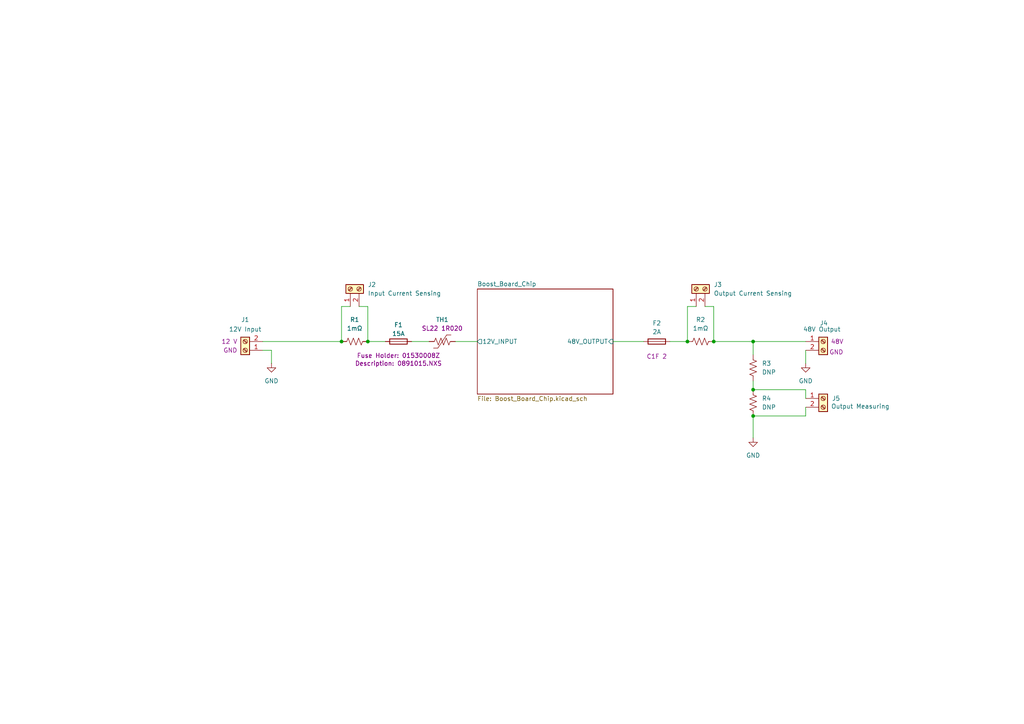
<source format=kicad_sch>
(kicad_sch (version 20231120) (generator "eeschema") (generator_version "8.0")
  (paper "A4")
  (title_block (title "12V-48V @2A Boost Board Converter") (date "2024-11-02") (rev "V0") (company "Waterloo Rocketry"))
  (lib_symbols
    (symbol "Connector:Screw_Terminal_01x02" (pin_names (offset 1.016) hide)
      (property "Reference" "J" (at 0 2.54 0))
      (property "Value" "Screw_Terminal_01x02" (at 0 -5.08 0))
      (symbol "Screw_Terminal_01x02_1_1"
        (rectangle (start -1.27 1.27) (end 1.27 -3.81) (stroke (width 0.254)) (fill (type background)))
        (circle (center 0 -2.54) (radius 0.635) (stroke (width 0.1524)))
        (polyline (pts (xy -0.5334 -2.2098) (xy 0.3302 -3.048)) (stroke (width 0.1524)))
        (polyline (pts (xy -0.5334 0.3302) (xy 0.3302 -0.508)) (stroke (width 0.1524)))
        (polyline (pts (xy -0.3556 -2.032) (xy 0.508 -2.8702)) (stroke (width 0.1524)))
        (polyline (pts (xy -0.3556 0.508) (xy 0.508 -0.3302)) (stroke (width 0.1524)))
        (circle (center 0 0) (radius 0.635) (stroke (width 0.1524)))
        (pin passive line (at -5.08 0 0) (length 3.81) (name "Pin_1") (number "1"))
        (pin passive line (at -5.08 -2.54 0) (length 3.81) (name "Pin_2") (number "2"))
      )
    )
    (symbol "Device:Fuse" (pin_numbers hide) (pin_names (offset 0))
      (property "Reference" "F" (at 2.032 0 90))
      (property "Value" "Fuse" (at -1.905 0 90))
      (symbol "Fuse_0_1"
        (rectangle (start -0.762 -2.54) (end 0.762 2.54) (stroke (width 0.254)))
        (polyline (pts (xy 0 2.54) (xy 0 -2.54)))
      )
      (symbol "Fuse_1_1"
        (pin passive line (at 0 3.81 270) (length 1.27) (name "~") (number "1"))
        (pin passive line (at 0 -3.81 90) (length 1.27) (name "~") (number "2"))
      )
    )
    (symbol "Device:R_US" (pin_numbers hide) (pin_names (offset 0))
      (property "Reference" "R" (at 2.54 0 90))
      (property "Value" "R_US" (at -2.54 0 90))
      (symbol "R_US_0_1"
        (polyline (pts (xy 0 -2.286) (xy 0 -2.54)))
        (polyline (pts (xy 0 2.286) (xy 0 2.54)))
        (polyline (pts (xy 0 -0.762) (xy 1.016 -1.143) (xy 0 -1.524) (xy -1.016 -1.905) (xy 0 -2.286)))
        (polyline (pts (xy 0 0.762) (xy 1.016 0.381) (xy 0 0) (xy -1.016 -0.381) (xy 0 -0.762)))
        (polyline (pts (xy 0 2.286) (xy 1.016 1.905) (xy 0 1.524) (xy -1.016 1.143) (xy 0 0.762)))
      )
      (symbol "R_US_1_1"
        (pin passive line (at 0 3.81 270) (length 1.27) (name "~") (number "1"))
        (pin passive line (at 0 -3.81 90) (length 1.27) (name "~") (number "2"))
      )
    )
    (symbol "Device:Thermistor_US" (pin_numbers hide) (pin_names (offset 0))
      (property "Reference" "TH" (at 2.54 1.27 90))
      (property "Value" "Thermistor_US" (at -2.54 0 90))
      (symbol "Thermistor_US_0_1"
        (polyline (pts (xy 0 -2.286) (xy 0 -2.54)))
        (polyline (pts (xy 0 2.286) (xy 0 2.54)))
        (polyline (pts (xy 1.905 -1.27) (xy 1.905 -2.54)))
        (polyline (pts (xy -1.905 2.54) (xy -1.905 1.27) (xy 1.905 -1.27)))
        (polyline (pts (xy 0 -0.762) (xy 1.016 -1.143) (xy 0 -1.524) (xy -1.016 -1.905) (xy 0 -2.286)))
        (polyline (pts (xy 0 0.762) (xy 1.016 0.381) (xy 0 0) (xy -1.016 -0.381) (xy 0 -0.762)))
        (polyline (pts (xy 0 2.286) (xy 1.016 1.905) (xy 0 1.524) (xy -1.016 1.143) (xy 0 0.762)))
      )
      (symbol "Thermistor_US_1_1"
        (pin passive line (at 0 3.81 270) (length 1.27) (name "~") (number "1"))
        (pin passive line (at 0 -3.81 90) (length 1.27) (name "~") (number "2"))
      )
    )
    (symbol "power:GND" (power) (pin_numbers hide) (pin_names (offset 0) hide)
      (property "Value" "GND" (at 0 -3.81 0))
      (symbol "GND_0_1"
        (polyline (pts (xy 0 0) (xy 0 -1.27) (xy 1.27 -1.27) (xy 0 -2.54) (xy -1.27 -1.27) (xy 0 -1.27)))
      )
      (symbol "GND_1_1"
        (pin power_in line (at 0 0 270) (length 0) (name "~") (number "1"))
      )
    )
  )
  (junction (at 199.39 99.06))
  (junction (at 218.44 113.03))
  (junction (at 218.44 99.06))
  (junction (at 106.68 99.06))
  (junction (at 99.06 99.06))
  (junction (at 218.44 120.65))
  (junction (at 207.01 99.06))
  (wire (pts (xy 233.68 118.11) (xy 233.68 120.65)))
  (wire (pts (xy 201.93 88.9) (xy 199.39 88.9)))
  (wire (pts (xy 106.68 88.9) (xy 106.68 99.06)))
  (wire (pts (xy 204.47 88.9) (xy 207.01 88.9)))
  (wire (pts (xy 76.2 99.06) (xy 99.06 99.06)))
  (wire (pts (xy 199.39 99.06) (xy 194.31 99.06)))
  (wire (pts (xy 233.68 115.57) (xy 233.68 113.03)))
  (wire (pts (xy 177.8 99.06) (xy 186.69 99.06)))
  (wire (pts (xy 101.6 88.9) (xy 99.06 88.9)))
  (wire (pts (xy 233.68 113.03) (xy 218.44 113.03)))
  (wire (pts (xy 99.06 88.9) (xy 99.06 99.06)))
  (wire (pts (xy 199.39 88.9) (xy 199.39 99.06)))
  (wire (pts (xy 104.14 88.9) (xy 106.68 88.9)))
  (wire (pts (xy 218.44 110.49) (xy 218.44 113.03)))
  (wire (pts (xy 119.38 99.06) (xy 124.46 99.06)))
  (wire (pts (xy 218.44 99.06) (xy 207.01 99.06)))
  (wire (pts (xy 233.68 101.6) (xy 233.68 105.41)))
  (wire (pts (xy 218.44 120.65) (xy 218.44 127)))
  (wire (pts (xy 218.44 99.06) (xy 218.44 102.87)))
  (wire (pts (xy 106.68 99.06) (xy 111.76 99.06)))
  (wire (pts (xy 78.74 101.6) (xy 78.74 105.41)))
  (wire (pts (xy 233.68 99.06) (xy 218.44 99.06)))
  (wire (pts (xy 207.01 88.9) (xy 207.01 99.06)))
  (wire (pts (xy 132.08 99.06) (xy 138.43 99.06)))
  (wire (pts (xy 233.68 120.65) (xy 218.44 120.65)))
  (wire (pts (xy 76.2 101.6) (xy 78.74 101.6)))
  (symbol (lib_id "Connector:Screw_Terminal_01x02") (at 238.76 115.57 0) (unit 1)
    (property "Reference" "J5" (at 241.3 115.5699 0) (effects (justify left)))
    (property "Value" "Output Measuring" (at 241.046 117.856 0) (effects (justify left)))
    (property "Footprint" "TerminalBlock_Phoenix:TerminalBlock_Phoenix_PT-1,5-2-5.0-H_1x02_P5.00mm_Horizontal" (effects (hide yes)))
    (property "Description" "Generic screw terminal, single row, 01x02, script generated (kicad-library-utils/schlib/autogen/connector/)" (effects (hide yes)))
  )
  (symbol (lib_id "Connector:Screw_Terminal_01x02") (at 238.76 99.06 0) (unit 1)
    (property "Reference" "J4" (at 237.744 93.726 0) (effects (justify left)))
    (property "Value" "48V Output" (at 232.918 95.504 0) (effects (justify left)))
    (property "Footprint" "TerminalBlock_Phoenix:TerminalBlock_Phoenix_PT-1,5-2-5.0-H_1x02_P5.00mm_Horizontal" (effects (hide yes)))
    (property "Description" "Generic screw terminal, single row, 01x02, script generated (kicad-library-utils/schlib/autogen/connector/)" (effects (hide yes)))
    (property "Output 1" "GND" (at 242.57 102.108 0))
    (property "Output 2" "48V" (at 242.824 99.06 0))
  )
  (symbol (lib_id "power:GND") (at 218.44 127 0) (unit 1)
    (property "Reference" "#PWR02" (effects (hide yes)))
    (property "Value" "GND" (at 218.44 132.08 0))
    (property "Description" "Power symbol creates a global label with name \"GND\" , ground" (effects (hide yes)))
  )
  (symbol (lib_id "Device:Fuse") (at 115.57 99.06 90) (unit 1) (exclude_from_sim yes)
    (property "Reference" "F1" (at 115.57 94.234 90))
    (property "Value" "15A" (at 115.57 96.774 90))
    (property "Footprint" "12/48 boost:01530009Z" (effects (hide yes)))
    (property "Datasheet" "https://www.littelfuse.com/assetdocs/littelfuse-datasheet-891-lp-mini?assetguid=748f2a1b-6fd1-43cb-b900-7178f45585a0" (effects (hide yes)))
    (property "Description" "0891015.NXS" (at 115.57 105.41 90) (show_name yes))
    (property "Fuse Holder" "01530008Z" (at 115.57 103.124 90) (show_name yes))
  )
  (symbol (lib_id "power:GND") (at 233.68 105.41 0) (unit 1)
    (property "Reference" "#PWR016" (effects (hide yes)))
    (property "Value" "GND" (at 233.68 110.49 0))
    (property "Description" "Power symbol creates a global label with name \"GND\" , ground" (effects (hide yes)))
  )
  (symbol (lib_id "Device:R_US") (at 218.44 106.68 180) (unit 1)
    (property "Reference" "R3" (at 220.98 105.4099 0) (effects (justify right)))
    (property "Value" "DNP" (at 220.98 107.9499 0) (effects (justify right)))
    (property "Footprint" "Resistor_SMD:R_0805_2012Metric_Pad1.20x1.40mm_HandSolder" (effects (hide yes)))
    (property "Description" "Resistor, US symbol" (effects (hide yes)))
  )
  (symbol (lib_id "Device:R_US") (at 102.87 99.06 90) (unit 1)
    (property "Reference" "R1" (at 102.87 92.71 90))
    (property "Value" "1mΩ" (at 102.87 95.25 90))
    (property "Footprint" "Resistor_SMD:R_0805_2012Metric_Pad1.20x1.40mm_HandSolder" (effects (hide yes)))
    (property "Description" "Resistor, US symbol" (effects (hide yes)))
  )
  (symbol (lib_id "Connector:Screw_Terminal_01x02") (at 201.93 83.82 90) (unit 1)
    (property "Reference" "J3" (at 207.01 82.5499 90) (effects (justify right)))
    (property "Value" "Output Current Sensing" (at 207.01 85.0899 90) (effects (justify right)))
    (property "Footprint" "TerminalBlock_Phoenix:TerminalBlock_Phoenix_PT-1,5-2-5.0-H_1x02_P5.00mm_Horizontal" (effects (hide yes)))
    (property "Description" "Generic screw terminal, single row, 01x02, script generated (kicad-library-utils/schlib/autogen/connector/)" (effects (hide yes)))
  )
  (symbol (lib_id "Connector:Screw_Terminal_01x02") (at 71.12 101.6 180) (unit 1)
    (property "Reference" "J1" (at 71.12 92.71 0))
    (property "Value" "12V Input" (at 71.12 95.504 0))
    (property "Footprint" "TerminalBlock_Phoenix:TerminalBlock_Phoenix_PT-1,5-2-5.0-H_1x02_P5.00mm_Horizontal" (effects (hide yes)))
    (property "Description" "Generic screw terminal, single row, 01x02, script generated (kicad-library-utils/schlib/autogen/connector/)" (effects (hide yes)))
    (property "Input 1" "GND" (at 66.802 101.6 0))
    (property "Input 2" "12 V" (at 66.548 99.06 0))
  )
  (symbol (lib_id "power:GND") (at 78.74 105.41 0) (unit 1)
    (property "Reference" "#PWR01" (effects (hide yes)))
    (property "Value" "GND" (at 78.74 110.49 0))
    (property "Description" "Power symbol creates a global label with name \"GND\" , ground" (effects (hide yes)))
  )
  (symbol (lib_id "Device:R_US") (at 203.2 99.06 90) (unit 1)
    (property "Reference" "R2" (at 203.2 92.71 90))
    (property "Value" "1mΩ" (at 203.2 95.25 90))
    (property "Footprint" "Resistor_SMD:R_0805_2012Metric_Pad1.20x1.40mm_HandSolder" (effects (hide yes)))
    (property "Description" "Resistor, US symbol" (effects (hide yes)))
  )
  (symbol (lib_id "Device:Fuse") (at 190.5 99.06 90) (unit 1) (exclude_from_sim yes)
    (property "Reference" "F2" (at 190.5 93.726 90))
    (property "Value" "2A" (at 190.5 96.266 90))
    (property "Footprint" "Fuse:Fuse_1206_3216Metric" (effects (hide yes)))
    (property "Datasheet" "https://www.digikey.ca/en/products/detail/bel-fuse-inc/C1F-2/4968250" (effects (hide yes)))
    (property "Description" "C1F 2" (at 190.5 103.378 90))
  )
  (symbol (lib_id "Connector:Screw_Terminal_01x02") (at 101.6 83.82 90) (unit 1)
    (property "Reference" "J2" (at 106.68 82.5499 90) (effects (justify right)))
    (property "Value" "Input Current Sensing" (at 106.68 85.0899 90) (effects (justify right)))
    (property "Footprint" "TerminalBlock_Phoenix:TerminalBlock_Phoenix_PT-1,5-2-5.0-H_1x02_P5.00mm_Horizontal" (effects (hide yes)))
    (property "Description" "Generic screw terminal, single row, 01x02, script generated (kicad-library-utils/schlib/autogen/connector/)" (effects (hide yes)))
  )
  (symbol (lib_id "Device:Thermistor_US") (at 128.27 99.06 90) (unit 1)
    (property "Reference" "TH1" (at 128.27 92.71 90))
    (property "Value" "20A" (effects (hide yes)))
    (property "Footprint" "12/48 boost:Inrush Current Limiter" (effects (hide yes)))
    (property "Datasheet" "https://www.ametherm.com/datasheetspdf/SL221R020.pdf" (effects (hide yes)))
    (property "Description" "SL22 1R020" (at 128.27 95.25 90))
  )
  (symbol (lib_id "Device:R_US") (at 218.44 116.84 180) (unit 1)
    (property "Reference" "R4" (at 220.98 115.5699 0) (effects (justify right)))
    (property "Value" "DNP" (at 220.98 118.1099 0) (effects (justify right)))
    (property "Footprint" "Resistor_SMD:R_0805_2012Metric_Pad1.20x1.40mm_HandSolder" (effects (hide yes)))
    (property "Description" "Resistor, US symbol" (effects (hide yes)))
  )
  (sheet (at 138.43 83.82) (size 39.37 30.48) (stroke (width 0.1524))
    (property "Sheetname" "Boost_Board_Chip" (at 138.43 83.1084 0) (effects (justify left bottom)))
    (property "Sheetfile" "Boost_Board_Chip.kicad_sch" (at 138.43 114.8846 0) (effects (justify left top)))
    (pin "12V_INPUT" output (at 138.43 99.06 180))
    (pin "48V_OUTPUT" input (at 177.8 99.06 0))
  )
)
</source>
